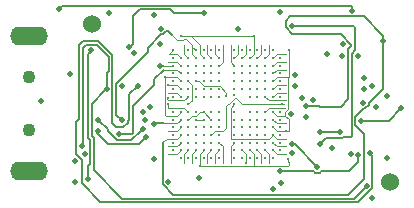
<source format=gbr>
%TF.GenerationSoftware,Altium Limited,Altium Designer,20.2.5 (213)*%
G04 Layer_Physical_Order=2*
G04 Layer_Color=36540*
%FSLAX26Y26*%
%MOIN*%
%TF.SameCoordinates,0FE6C2C3-B7F4-45EC-A48D-0F423D7CACB9*%
%TF.FilePolarity,Positive*%
%TF.FileFunction,Copper,L2,Inr,Signal*%
%TF.Part,Single*%
G01*
G75*
%TA.AperFunction,Conductor*%
%ADD22C,0.003000*%
%ADD23C,0.006000*%
%TA.AperFunction,ViaPad*%
%ADD24C,0.060000*%
%TA.AperFunction,ComponentPad*%
%ADD25C,0.043307*%
%ADD26O,0.125984X0.062992*%
%TA.AperFunction,ViaPad*%
%ADD27C,0.010000*%
%ADD28C,0.020000*%
D22*
X2061759Y1935419D02*
X2061760D01*
X2074554Y1922625D01*
X2072377Y1869684D02*
X2072797D01*
X2074554Y1871441D01*
Y1922625D01*
X2061759Y1859066D02*
X2072377Y1869684D01*
X1991226Y1876654D02*
X1993651Y1874229D01*
X1991226Y1876654D02*
Y1878636D01*
X1993651Y1871441D02*
X2048963D01*
X1991226Y1878636D02*
X1994726D01*
X2048963Y1871441D02*
X2061759Y1884237D01*
X1993651Y1871441D02*
Y1874229D01*
X2216839Y1878274D02*
X2219827D01*
X2239552Y1858549D02*
X2373911D01*
X2197114D02*
X2216839Y1878274D01*
X2219827D02*
X2239552Y1858549D01*
X2202509Y1846270D02*
X2215305Y1859066D01*
X2194685Y1858549D02*
X2197114D01*
X2188957Y1852821D02*
X2194685Y1858549D01*
X2373911D02*
X2379073D01*
X2202509Y1743487D02*
X2330461D01*
X2202509D02*
Y1846270D01*
X2330461Y1743487D02*
X2343257Y1756283D01*
X2188957Y1886498D02*
Y1897033D01*
Y1886498D02*
X2189074Y1886381D01*
X2374314Y1858663D02*
X2379187D01*
X2373911Y1859066D02*
X2374314Y1858663D01*
X2379073Y1858549D02*
X2379187Y1858663D01*
X2176917Y1768601D02*
X2188957Y1780640D01*
Y1852821D01*
X2150849Y1768601D02*
X2176917D01*
X2356053Y1769079D02*
X2395885D01*
X2343257Y1756283D02*
X2356053Y1743487D01*
X2395885Y1769079D02*
Y1809447D01*
X2343257Y1781875D02*
X2356053Y1769079D01*
X2166117Y1919872D02*
X2188957Y1897033D01*
X2114285Y1919872D02*
X2166117D01*
X2087351Y1935419D02*
X2098738D01*
X2114285Y1919872D01*
X2069671Y2085184D02*
X2278508D01*
X2069671D02*
X2100145Y2054709D01*
X2068897Y2085957D02*
X2069671Y2085184D01*
X2036169Y2085957D02*
X2068897D01*
X2054057Y2075208D02*
X2074555Y2054709D01*
X2025010Y2071909D02*
X2043798D01*
X2047098Y2075208D02*
X2054057D01*
X2043798Y2071909D02*
X2047098Y2075208D01*
X2007940Y2088978D02*
X2025010Y2071909D01*
X2048963Y2024987D02*
Y2054709D01*
X2074555Y2050577D02*
Y2054709D01*
X2176917Y1662583D02*
Y1717897D01*
X2164121Y1730693D02*
X2176917Y1717897D01*
X2151325Y1692307D02*
X2164121Y1705103D01*
X2151325Y1662583D02*
Y1692307D01*
X2087351Y1807465D02*
X2112941D01*
X2101555Y1833055D02*
X2112941D01*
X2088760Y1820260D02*
X2101555Y1833055D01*
X2074554Y1820260D02*
X2088760D01*
X2061759Y1807465D02*
X2074554Y1820260D01*
X2048963Y1845851D02*
X2061759Y1833055D01*
X2385730Y1819602D02*
X2395885Y1809447D01*
X2385730Y1819602D02*
Y1834100D01*
X2138531Y1756283D02*
X2150849Y1768601D01*
X1981037Y1734359D02*
X1990165Y1743487D01*
X2202509Y1662583D02*
Y1717897D01*
X2215305Y1730693D01*
X2393360Y1841730D02*
Y1947447D01*
X2385730Y1834100D02*
X2393360Y1841730D01*
Y1947447D02*
X2394128Y1948215D01*
X2356053D02*
X2394128D01*
X2395885Y1949972D02*
Y2037781D01*
X2394128Y1948215D02*
X2395885Y1949972D01*
X2253691Y1663990D02*
X2254332Y1663349D01*
X2253691Y1663990D02*
Y1692307D01*
X2379187Y1819987D02*
Y1820259D01*
X2356053D02*
X2379187D01*
X2383600Y1845851D02*
X2384688Y1846939D01*
X2330463Y1845851D02*
X2383600D01*
X2281041Y1654071D02*
X2393566D01*
X2247998Y1654073D02*
X2249531Y1652539D01*
X2257851D02*
X2259385Y1654073D01*
X2249531Y1652539D02*
X2257851D01*
X2259385Y1654073D02*
X2277524D01*
X2100149D02*
X2247998D01*
X1984682Y1822016D02*
Y1947280D01*
X1984978Y1947575D01*
X1985391Y1948215D02*
Y1948838D01*
X1984682Y1822016D02*
X1986440Y1820259D01*
X1994611Y1858663D02*
X1994612D01*
X1994726Y1858549D01*
X1993651Y1857702D02*
X1994611Y1858663D01*
X1993651Y1845851D02*
Y1857702D01*
X2393657Y1666810D02*
X2395885Y1664581D01*
Y1656390D02*
Y1664581D01*
X2393657Y1666810D02*
Y1676895D01*
X2074555Y2024987D02*
Y2050577D01*
X2087351Y2037781D01*
X2278508Y2085184D02*
X2279281Y2084410D01*
X1994726Y1922625D02*
X2023373D01*
X1992558Y1921532D02*
X1993651Y1922625D01*
X1992558Y1921532D02*
X1994726D01*
X1986440Y1820259D02*
X2023373D01*
X1993651Y1897033D02*
X2023373D01*
Y1922625D02*
X2036169Y1909829D01*
X1981037Y1986601D02*
X2010579D01*
X2112941Y1833055D02*
X2138531Y1807465D01*
X2393566Y1654071D02*
X2395885Y1656390D01*
X2279281Y1655830D02*
X2281041Y1654071D01*
X1997785Y2024987D02*
X2023373D01*
X1997785D02*
X2010579Y2037781D01*
X2202509Y1999397D02*
Y2054709D01*
X2279281Y2024987D02*
Y2084410D01*
X2277524Y1654073D02*
X2279281Y1655830D01*
X2100147Y1654071D02*
X2100149Y1654073D01*
X2100145D02*
X2100147Y1654071D01*
X1993651Y1845851D02*
X2048963D01*
X2317667Y1833055D02*
X2330463Y1845851D01*
Y1871441D02*
X2385776D01*
X2317667Y1884237D02*
X2330463Y1871441D01*
X2176917Y1999397D02*
Y2054709D01*
X2164121Y1986601D02*
X2176917Y1999397D01*
X2202509D02*
X2215305Y1986601D01*
X2023373Y1820259D02*
X2036169Y1833055D01*
X2343257D02*
X2356053Y1820259D01*
X2023373Y1897033D02*
X2036169Y1884237D01*
X2356053Y1897033D02*
X2385776D01*
X2343257Y1884237D02*
X2356053Y1897033D01*
X2151325Y2024987D02*
Y2054709D01*
Y2024987D02*
X2164121Y2012191D01*
X2228101Y2024987D02*
Y2054709D01*
X2215305Y2012191D02*
X2228101Y2024987D01*
X2125735Y1662583D02*
Y1692307D01*
X2138531Y1705103D01*
X2240895D02*
X2253691Y1692307D01*
X1981037Y1794669D02*
X2023373D01*
X2036169Y1807465D01*
X2356053Y1794669D02*
X2385776D01*
X2343257Y1807465D02*
X2356053Y1794669D01*
Y1922625D02*
X2385776D01*
X2343257Y1909829D02*
X2356053Y1922625D01*
X2125735Y2024987D02*
Y2054709D01*
Y2024987D02*
X2138531Y2012191D01*
X2253691Y2024987D02*
Y2054709D01*
X2240895Y2012191D02*
X2253691Y2024987D01*
X2100145Y1654073D02*
Y1692307D01*
X2112941Y1705103D01*
X2279281Y1655830D02*
Y1692307D01*
X2266485Y1705103D02*
X2279281Y1692307D01*
X1993651Y1769079D02*
X2023373D01*
X2036169Y1781875D01*
X1985049Y1948215D02*
X2023373D01*
X2036169Y1935419D01*
X2343257D02*
X2356053Y1948215D01*
X2100145Y2024987D02*
Y2054709D01*
Y2024987D02*
X2112941Y2012191D01*
X2266485D02*
X2279281Y2024987D01*
X2074555Y1662583D02*
Y1692307D01*
X2087351Y1705103D01*
X2304873Y1662583D02*
Y1692307D01*
X2292077Y1705103D02*
X2304873Y1692307D01*
X1990165Y1743487D02*
X2023373D01*
X2036169Y1756283D01*
X2356053Y1743487D02*
X2385776D01*
X1981037Y1973805D02*
X2023373D01*
X2036169Y1961009D01*
X2356053Y1973805D02*
X2385776D01*
X2343257Y1961009D02*
X2356053Y1973805D01*
X2074555Y2024987D02*
X2087351Y2012191D01*
X2304873Y2024987D02*
Y2054709D01*
X2292077Y2012191D02*
X2304873Y2024987D01*
X2048963Y1662583D02*
Y1692307D01*
X2061759Y1705103D01*
X2330463Y1662583D02*
Y1692307D01*
X2317667Y1705103D02*
X2330463Y1692307D01*
X1993651Y1717897D02*
X2023373D01*
X2036169Y1730693D01*
X2356053Y1717897D02*
X2385776D01*
X2343257Y1730693D02*
X2356053Y1717897D01*
X1993651Y1999397D02*
X2023373D01*
X2036169Y1986601D01*
X2356053Y1999397D02*
X2385776D01*
X2343257Y1986601D02*
X2356053Y1999397D01*
X2048963Y2024987D02*
X2061759Y2012191D01*
X2330463Y2024987D02*
Y2054709D01*
X2317667Y2012191D02*
X2330463Y2024987D01*
X1993651Y1692307D02*
X2023373D01*
X2036169Y1705103D01*
X2356053Y1692307D02*
X2385776D01*
X2343257Y1705103D02*
X2356053Y1692307D01*
X2023373Y2024987D02*
X2036169Y2012191D01*
X2356053Y2024987D02*
X2385776D01*
X2343257Y2012191D02*
X2356053Y2024987D01*
D23*
X2663514Y1861982D02*
X2710581Y1909049D01*
Y2070070D01*
X2663514Y1856074D02*
Y1861982D01*
X2501443Y1849850D02*
X2569748D01*
X2498243Y1853050D02*
X2501443Y1849850D01*
X2454293Y1853050D02*
X2498243D01*
X2618388Y1816856D02*
X2646476Y1844944D01*
X2652384D02*
X2663514Y1856074D01*
X2646476Y1844944D02*
X2652384D01*
X2604430Y2052224D02*
Y2057195D01*
X2606388Y1754147D02*
Y2026493D01*
X2594388Y2042182D02*
X2604430Y2052224D01*
X2569748Y1849850D02*
X2594388Y1874490D01*
Y2042182D01*
X2606388Y2026493D02*
X2618915Y2039020D01*
Y2112886D01*
X2500248Y1764825D02*
X2567783D01*
X2416493Y1725188D02*
X2492378Y1649303D01*
X2409038Y1725188D02*
X2416493D01*
X2520885Y1745825D02*
X2575653D01*
X2500248Y1725188D02*
X2520885Y1745825D01*
X2575653D02*
X2580461Y1750632D01*
X2602873D01*
X2606388Y1754147D01*
X1976434Y1592130D02*
X2012350Y1556214D01*
X1976434Y1592130D02*
Y1729756D01*
X1981037Y1734359D01*
X2012350Y1556214D02*
X2594834D01*
X2647383Y1608763D01*
X2674787Y1578149D02*
Y1617372D01*
X2628852Y1532214D02*
X2674787Y1578149D01*
X1768167Y1532214D02*
X2628852D01*
X2613982Y1544214D02*
X2655787Y1586019D01*
X1840981Y1544214D02*
X2613982D01*
X1747137Y1638059D02*
X1840981Y1544214D01*
X1706028Y1594352D02*
X1768167Y1532214D01*
X2368014Y1635590D02*
X2479221D01*
X2500248Y1630303D02*
X2505535Y1635590D01*
X2596240D01*
X2479221D02*
X2484508Y1630303D01*
X2500248D01*
X2627459Y1687237D02*
X2628383Y1688161D01*
X2627459Y1666810D02*
Y1687237D01*
X2596240Y1635590D02*
X2627459Y1666810D01*
X1760000Y1763630D02*
Y1768601D01*
X1821875Y1823789D02*
X1840875Y1804789D01*
X1908346Y1774521D02*
X1912135D01*
X1904727Y1770901D02*
X1908346Y1774521D01*
X1903577Y1770901D02*
X1904727D01*
X1871715Y1739039D02*
X1903577Y1770901D01*
X1822874Y1739039D02*
X1871715D01*
X1947253Y1793616D02*
X1948306Y1794669D01*
X1981037D01*
X1629579Y2176889D02*
X1639724Y2187034D01*
X1629209Y2176889D02*
X1629579D01*
X2647045Y2151195D02*
X2710581Y2087659D01*
X2401464Y2151195D02*
X2647045D01*
X2385776Y2135507D02*
X2401464Y2151195D01*
X2606913Y2171740D02*
X2608459Y2170195D01*
X2013574Y2161177D02*
X2112941D01*
X1999717Y2175034D02*
X2013574Y2161177D01*
X1639724Y2187034D02*
X2603399D01*
X1900839Y2175034D02*
X1999717D01*
X1878338Y2152533D02*
X1900839Y2175034D01*
X2603399Y2187034D02*
X2606913Y2183519D01*
Y2171740D02*
Y2183519D01*
X2618388Y1787881D02*
Y1816856D01*
X2647383Y1608763D02*
Y1758886D01*
X2618388Y1787881D02*
X2647383Y1758886D01*
X2730368Y1804149D02*
X2772070Y1845851D01*
X2637915Y1804149D02*
X2730368D01*
X2666383Y1693410D02*
Y1695816D01*
Y1693410D02*
X2673608Y1686185D01*
X2710581Y2070070D02*
Y2087659D01*
X2385776Y2115262D02*
Y2135507D01*
Y2115262D02*
X2409038Y2092000D01*
X2569625D01*
X2604430Y2057195D01*
X2409038Y2118883D02*
X2612918D01*
X2618915Y2112886D01*
X1728572Y1608425D02*
Y1651785D01*
X1789579Y1908524D02*
Y1961473D01*
X1785742Y1904688D02*
X1793416D01*
X2673608Y1618551D02*
Y1686185D01*
Y1618551D02*
X2674787Y1617372D01*
X1706028Y1594352D02*
Y1672804D01*
X1741000Y1752070D02*
X1747137Y1745934D01*
X1735137Y1658350D02*
Y1740963D01*
X1789579Y1908524D02*
X1793416Y1904688D01*
X1741000Y1859946D02*
X1785742Y1904688D01*
X1728572Y1651785D02*
X1735137Y1658350D01*
X1747137Y1638059D02*
Y1745934D01*
X1729000Y1747100D02*
X1735137Y1740963D01*
X1729000Y1747100D02*
Y2026299D01*
X1736700Y2033999D01*
X1687814Y1800144D02*
X1697137Y1809467D01*
X1741000Y1752070D02*
Y1859946D01*
X1687814Y1691018D02*
X1706028Y1672804D01*
X1736700Y2033999D02*
Y2037787D01*
X1687814Y1691018D02*
Y1800144D01*
X1709137Y2046540D02*
X1719384Y2056787D01*
X1709299Y2069423D02*
X1709935Y2068787D01*
X1706814Y1719707D02*
X1709137Y1722030D01*
Y2046540D01*
X1697137Y2057261D02*
X1709299Y2069423D01*
X1697137Y1809467D02*
Y2057261D01*
X1709935Y2068787D02*
X1762394D01*
X1719384Y2056787D02*
X1757424D01*
X1796579Y2017632D01*
X1808579Y1795171D02*
Y2022603D01*
X1762394Y2068787D02*
X1808579Y2022603D01*
X1821875Y1823789D02*
Y1927349D01*
X1796579Y1968473D02*
Y2017632D01*
X1789579Y1961473D02*
X1796579Y1968473D01*
X1808579Y1795171D02*
X1821875Y1781875D01*
X1859875Y1802916D02*
X1864425Y1807465D01*
X1859875Y1796919D02*
Y1802916D01*
X1844832Y1781875D02*
X1859875Y1796919D01*
X1821875Y1781875D02*
X1844832D01*
X1864425Y1891153D02*
X1892750Y1919479D01*
X1864425Y1807465D02*
Y1891153D01*
X1926745Y2032219D02*
Y2047361D01*
X1821875Y1927349D02*
X1926745Y2032219D01*
X1758724Y1762354D02*
X1794445Y1726632D01*
X1760000Y1807465D02*
X1792777Y1774688D01*
Y1769137D02*
X1822874Y1739039D01*
X1758724Y1762354D02*
X1760000Y1763630D01*
X1792777Y1769137D02*
Y1774688D01*
X1830745Y1758039D02*
X1873744D01*
X1897553Y1726632D02*
X1921000Y1750079D01*
X1794445Y1726632D02*
X1897553D01*
X1971384Y2092000D02*
X1977371D01*
X1988659Y2103289D02*
X1993630D01*
X2007940Y2088978D01*
X1977371Y2092000D02*
X1988659Y2103289D01*
X1926745Y2047361D02*
X1971384Y2092000D01*
X1878338Y1762632D02*
Y1852808D01*
X1873744Y1758039D02*
X1878338Y1762632D01*
Y1852808D02*
X1948155Y1922625D01*
X1864425Y2049060D02*
X1869015D01*
X1878266Y2058312D01*
X1967231Y1986601D02*
X1981037D01*
X1966253Y1987580D02*
X1967231Y1986601D01*
X1948155Y1922625D02*
Y1942620D01*
X1979339Y1973805D02*
X1981037D01*
X1948155Y1942620D02*
X1979339Y1973805D01*
X1878266Y2058312D02*
X1878338D01*
Y2152533D01*
D24*
X2733000Y1600000D02*
D03*
X1741000Y2127000D02*
D03*
D25*
X1530000Y1948582D02*
D03*
Y1771418D02*
D03*
D26*
Y2084410D02*
D03*
Y1635590D02*
D03*
D27*
X2061759Y1884237D02*
D03*
Y1859066D02*
D03*
X2213590Y1888317D02*
D03*
X2215305Y1859066D02*
D03*
X2164121Y1884237D02*
D03*
X2189074Y1886381D02*
D03*
X2292077Y1756283D02*
D03*
X2240895D02*
D03*
X2266485D02*
D03*
X2215305D02*
D03*
X2317667D02*
D03*
X2164121Y1833055D02*
D03*
X2215305Y1909829D02*
D03*
X2317667Y1781875D02*
D03*
X2343257D02*
D03*
X2368847D02*
D03*
X2343257Y1756283D02*
D03*
X2164448Y1935745D02*
D03*
X2163039Y1908747D02*
D03*
X2215305Y1935419D02*
D03*
X2138531Y1884237D02*
D03*
Y1935419D02*
D03*
Y1909829D02*
D03*
X2164121Y1730693D02*
D03*
Y1705103D02*
D03*
X2061759Y1833055D02*
D03*
X2087351D02*
D03*
X2368847Y1884237D02*
D03*
X2373911Y1859066D02*
D03*
X2385775Y1769079D02*
D03*
X2266531Y1679557D02*
D03*
X2254332Y1663349D02*
D03*
X1994726Y1858549D02*
D03*
Y1878636D02*
D03*
X2112941Y1961009D02*
D03*
X2010579Y1833055D02*
D03*
X2100147Y1654071D02*
D03*
X2215305Y1807465D02*
D03*
X2010579Y1730693D02*
D03*
X2393657Y1676895D02*
D03*
X2036169Y2085957D02*
D03*
X1994726Y1921532D02*
D03*
X1985391Y1948838D02*
D03*
X2010579Y1935419D02*
D03*
X2240895Y1909829D02*
D03*
X2112941Y1807465D02*
D03*
X2279281Y2084410D02*
D03*
X2292077Y2037781D02*
D03*
X2395885D02*
D03*
X2215305Y1833055D02*
D03*
X2164121Y1807465D02*
D03*
X2138531Y1833055D02*
D03*
Y1807465D02*
D03*
X2240895D02*
D03*
X2164121Y1781875D02*
D03*
X2215305D02*
D03*
X2112941Y1833055D02*
D03*
X2266485D02*
D03*
X2112941Y1884237D02*
D03*
X2266485D02*
D03*
X2138531Y1781875D02*
D03*
X2240895D02*
D03*
X2266485Y1807465D02*
D03*
X2112941Y1909829D02*
D03*
X2266485D02*
D03*
X2240895Y1935419D02*
D03*
X2112941Y1781875D02*
D03*
X2266485D02*
D03*
X2087351Y1884237D02*
D03*
X2164121Y1756283D02*
D03*
X2112941Y1935419D02*
D03*
X2266485D02*
D03*
X2164121Y1961009D02*
D03*
X2215305D02*
D03*
X2292077Y1833055D02*
D03*
Y1884237D02*
D03*
X2087351Y1807465D02*
D03*
Y1909829D02*
D03*
X2138531Y1756283D02*
D03*
Y1961009D02*
D03*
X2240895D02*
D03*
X2292077Y1807465D02*
D03*
Y1909829D02*
D03*
X2087351Y1781875D02*
D03*
Y1935419D02*
D03*
X2112941Y1756283D02*
D03*
X2266485Y1961009D02*
D03*
X2292077Y1781875D02*
D03*
Y1935419D02*
D03*
X2215305Y1730693D02*
D03*
X2317667Y1833055D02*
D03*
Y1884237D02*
D03*
X2164121Y1986601D02*
D03*
X2215305D02*
D03*
X2138531Y1730693D02*
D03*
X2240895D02*
D03*
X2061759Y1807465D02*
D03*
X2317667D02*
D03*
X2061759Y1909829D02*
D03*
X2317667D02*
D03*
X2138531Y1986601D02*
D03*
X2240895D02*
D03*
X2087351Y1756283D02*
D03*
Y1961009D02*
D03*
X2292077D02*
D03*
X2112941Y1730693D02*
D03*
X2266485D02*
D03*
X2061759Y1781875D02*
D03*
Y1935419D02*
D03*
X2317667D02*
D03*
X2112941Y1986601D02*
D03*
X2266485D02*
D03*
X2215305Y1705103D02*
D03*
X2036169Y1833055D02*
D03*
X2343257D02*
D03*
X2036169Y1884237D02*
D03*
X2343257D02*
D03*
X2164121Y2012191D02*
D03*
X2215305D02*
D03*
X2138531Y1705103D02*
D03*
X2240895D02*
D03*
X2087351Y1730693D02*
D03*
X2036169Y1807465D02*
D03*
X2343257D02*
D03*
X2292077Y1730693D02*
D03*
X2036169Y1909829D02*
D03*
X2343257D02*
D03*
X2061759Y1756283D02*
D03*
Y1961009D02*
D03*
X2317667D02*
D03*
X2087351Y1986601D02*
D03*
X2138531Y2012191D02*
D03*
X2240895D02*
D03*
X2292077Y1986601D02*
D03*
X2112941Y1705103D02*
D03*
X2266485D02*
D03*
X2036169Y1781875D02*
D03*
Y1935419D02*
D03*
X2343257D02*
D03*
X2112941Y2012191D02*
D03*
X2266485D02*
D03*
X2061759Y1730693D02*
D03*
X2317667D02*
D03*
X2061759Y1986601D02*
D03*
X2317667D02*
D03*
X2087351Y1705103D02*
D03*
X2368847Y1833055D02*
D03*
X2010579Y1884237D02*
D03*
X2292077Y1705103D02*
D03*
X2036169Y1756283D02*
D03*
Y1961009D02*
D03*
X2343257D02*
D03*
X2087351Y2012191D02*
D03*
X2164121Y1679511D02*
D03*
X2215305D02*
D03*
X2164121Y2037781D02*
D03*
X2215305D02*
D03*
X2292077Y2012191D02*
D03*
X2010579Y1807465D02*
D03*
X2368847D02*
D03*
X2010579Y1909829D02*
D03*
X2368847D02*
D03*
X2138531Y1679511D02*
D03*
X2240895D02*
D03*
X2138531Y2037781D02*
D03*
X2240895D02*
D03*
X2010579Y1781875D02*
D03*
X2368847Y1935419D02*
D03*
X2112941Y1679511D02*
D03*
Y2037781D02*
D03*
X2266485D02*
D03*
X2061759Y1705103D02*
D03*
X2317667D02*
D03*
X2036169Y1730693D02*
D03*
X2343257D02*
D03*
X2036169Y1986601D02*
D03*
X2343257D02*
D03*
X2061759Y2012191D02*
D03*
X2317667D02*
D03*
X2010579Y1756283D02*
D03*
X2368847D02*
D03*
X2010579Y1961009D02*
D03*
X2368847D02*
D03*
X2087351Y1679511D02*
D03*
Y2037781D02*
D03*
X2292077Y1679511D02*
D03*
X2036169Y1705103D02*
D03*
X2343257D02*
D03*
X2036169Y2012191D02*
D03*
X2343257D02*
D03*
X2368847Y1730693D02*
D03*
X2010579Y1986601D02*
D03*
X2368847D02*
D03*
X2061759Y1679511D02*
D03*
X2317667D02*
D03*
X2061759Y2037781D02*
D03*
X2317667D02*
D03*
X2010579Y1705103D02*
D03*
X2368847D02*
D03*
X2010579Y2012191D02*
D03*
X2368847D02*
D03*
X2036169Y1679511D02*
D03*
X2343257D02*
D03*
Y2037781D02*
D03*
X2010579D02*
D03*
D28*
X2686916Y1849163D02*
D03*
X2644514Y1863944D02*
D03*
X2724945Y1884922D02*
D03*
X2227000Y2111000D02*
D03*
X2454293Y1853050D02*
D03*
X2441292Y1878636D02*
D03*
X2404293Y1825790D02*
D03*
X2648486Y1908525D02*
D03*
X2476762Y1874184D02*
D03*
X2454293Y1815050D02*
D03*
X2500248Y1764825D02*
D03*
Y1725188D02*
D03*
X2675284Y1546700D02*
D03*
X2370610Y1596810D02*
D03*
X2343716Y1575214D02*
D03*
X2368014Y1635590D02*
D03*
X2492378Y1649303D02*
D03*
X2409038Y1725188D02*
D03*
Y1695816D02*
D03*
X1995434Y1600000D02*
D03*
X2416980Y1956060D02*
D03*
X2417710Y1918060D02*
D03*
X2724945Y1679511D02*
D03*
X2628383Y1688161D02*
D03*
X2567783Y1764825D02*
D03*
X2096720Y1612064D02*
D03*
X2648486Y1947575D02*
D03*
X2602708Y1692307D02*
D03*
X2575388Y2019284D02*
D03*
X2523447Y2027644D02*
D03*
X1570496Y1869684D02*
D03*
X1760000Y1768601D02*
D03*
X1840875Y1804789D02*
D03*
X1912135Y1774521D02*
D03*
X1915802Y1805058D02*
D03*
X1947253Y1793616D02*
D03*
X1629209Y2176889D02*
D03*
X1948155Y2156034D02*
D03*
X2368847Y2164478D02*
D03*
X1911644Y1831751D02*
D03*
X2608459Y2170195D02*
D03*
X2112941Y2161177D02*
D03*
X1798575Y2161653D02*
D03*
X2666383Y1695816D02*
D03*
X2710581Y2070070D02*
D03*
X2576178Y2058576D02*
D03*
X2409038Y2118883D02*
D03*
X2627459Y2019673D02*
D03*
X1668732Y1958174D02*
D03*
X1728572Y1608425D02*
D03*
X1948155Y1676895D02*
D03*
X1789579Y1908525D02*
D03*
X1840875Y1919479D02*
D03*
X1932693Y1850753D02*
D03*
X2655787Y1586019D02*
D03*
X1716137Y1692307D02*
D03*
X1736700Y2037787D02*
D03*
X1892750Y1919479D02*
D03*
X1760000Y1807465D02*
D03*
X1706814Y1719707D02*
D03*
X1830745Y1758039D02*
D03*
X1682801Y1598189D02*
D03*
X1969501Y2111000D02*
D03*
X1921000Y1750079D02*
D03*
X1864425Y2049060D02*
D03*
X1882106Y2029254D02*
D03*
X1966253Y2059998D02*
D03*
Y1987580D02*
D03*
X2637915Y1804149D02*
D03*
X2772070Y1845851D02*
D03*
X1682801Y1669161D02*
D03*
X2540198Y1712724D02*
D03*
X2673608Y1920000D02*
D03*
%TF.MD5,04950e3eac20697b4455c5b83b59196b*%
M02*

</source>
